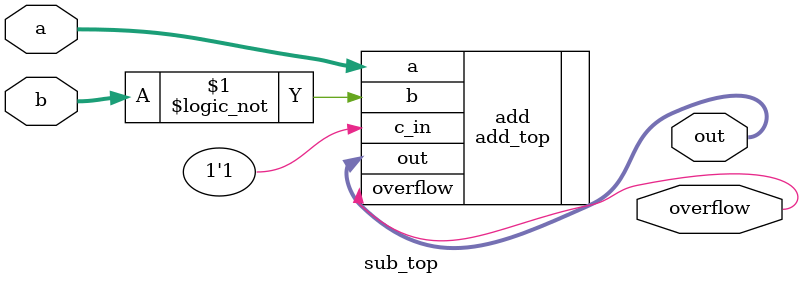
<source format=v>
module sub_top #(
	parameter width = 6
)(
	input	 [width-1:0] a,
	input  [width-1:0] b,
	output [width-1:0] out,
	output				 overflow
);
	
	// SUB = ADD and NEG

	add_top add(
		.c_in		 (1'b1),
		.a			 (a),
		.b			 (!b),
		.out		 (out),
		.overflow (overflow)
	);

endmodule

</source>
